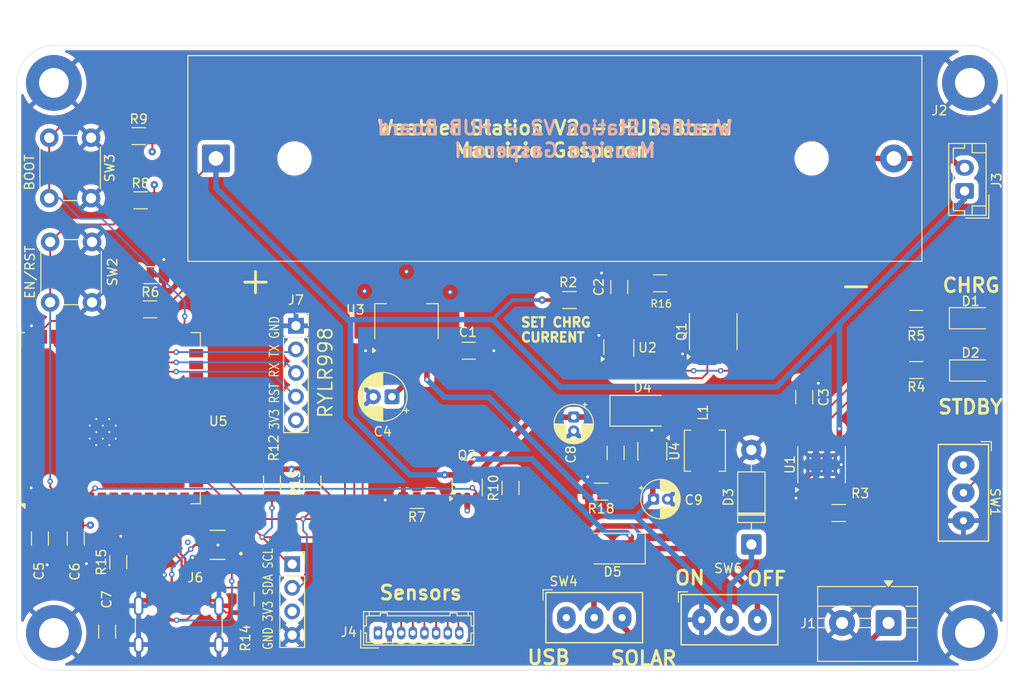
<source format=kicad_pcb>
(kicad_pcb (version 20241229) (generator "pcbnew") (generator_version "9.0")
  (title_block (title "Weather Station V2 PCB") (date "2025-11-13") (rev "2"))
  (layers (0 "F.Cu" signal) (4 "In1.Cu" power "GND.Cu") (6 "In2.Cu" mixed "PWR.Cu") (2 "B.Cu" signal) (13 "F.Paste" user) (15 "B.Paste" user) (5 "F.SilkS" user "F.Silkscreen") (7 "B.SilkS" user "B.Silkscreen") (1 "F.Mask" user) (3 "B.Mask" user) (25 "Edge.Cuts" user))
  (net 0 "")
  (net 1 "GND")
  (net 2 "Net-(U2-VCC)")
  (net 3 "Net-(D1-K)")
  (net 4 "Net-(D1-A)")
  (net 5 "Net-(D2-K)")
  (net 6 "Net-(D5-K)")
  (net 7 "Net-(J1-Pin_1)")
  (net 8 "/BAT+")
  (net 9 "/BAT-")
  (net 10 "Net-(J4-Pin_1)")
  (net 11 "/W_SPEED")
  (net 12 "/SDA")
  (net 13 "/SCL")
  (net 14 "/Vin")
  (net 15 "+3V3")
  (net 16 "Net-(J6-CC1)")
  (net 18 "Net-(J6-CC2)")
  (net 20 "/RST")
  (net 21 "/TXD0")
  (net 22 "/RXD0")
  (net 23 "Net-(Q1B-S2)")
  (net 24 "Net-(Q1A-G1)")
  (net 25 "Net-(Q1B-G2)")
  (net 26 "/SENSOR_EN")
  (net 27 "/VBAT")
  (net 28 "Net-(U2-CS)")
  (net 29 "Net-(U1-PROG)")
  (net 30 "/D-")
  (net 31 "/D+")
  (net 32 "/EN")
  (net 33 "/IO0")
  (net 51 "Net-(SW4-A)")
  (net 53 "/STDBY")
  (net 54 "/CHRG")
  (net 55 "+5V")
  (net 57 "unconnected-(U5-IO16-Pad9)")
  (net 59 "unconnected-(U5-IO8-Pad12)")
  (net 60 "unconnected-(U5-IO7-Pad7)")
  (net 61 "/GPIO11")
  (net 62 "/GPIO13")
  (net 63 "/GPIO12")
  (net 65 "Net-(U4-FB)")
  (net 67 "Net-(D4-A)")
  (net 68 "/PWR_ToSensors")
  (footprint "PCM_SL_Mechanical:MountingHole_3.2mm_Pad" (layer "F.Cu") (at 190.9875 61.8)
    (property "Reference" "H3" (hide yes))
    (property "Value" "MountingHole_M3_3.2mm_Pad" (hide yes))
  )
  (footprint "RF_Module:ESP32-S3-WROOM-1U" (layer "F.Cu") (at 98.4375 97.85 90)
    (property "Reference" "U5")
    (property "Value" "ESP32-S3-WROOM-1U" (hide yes))
  )
  (footprint "Capacitor_SMD:C_1206_3216Metric" (layer "F.Cu") (at 94.8375 110.8 -90)
    (property "Reference" "C6")
    (property "Value" "1u")
  )
  (footprint "PCM_SL_Mechanical:MountingHole_3.2mm_Pad" (layer "F.Cu") (at 92.4875 120.95)
    (property "Reference" "H2" (hide yes))
    (property "Value" "MountingHole_M3_3.2mm_Pad" (hide yes))
  )
  (footprint "Package_TO_SOT_SMD:SOT-23-6_Handsoldering" (layer "F.Cu") (at 136.9375 105.3 90)
    (property "Reference" "Q2")
    (property "Value" "DMP2240UDM-7" (hide yes))
  )
  (footprint "Resistor_SMD:R_1206_3216Metric" (layer "F.Cu") (at 185.225 92.675 180)
    (property "Reference" "R4")
    (property "Value" "330" (hide yes))
  )
  (footprint "Capacitor_SMD:C_1206_3216Metric" (layer "F.Cu") (at 90.9875 110.8 -90)
    (property "Reference" "C5")
    (property "Value" "0,22u")
  )
  (footprint "Capacitor_THT:CP_Radial_D4.0mm_P1.50mm" (layer "F.Cu") (at 148.3875 97.727401 -90)
    (property "Reference" "C8")
    (property "Value" "22uF" (hide yes))
  )
  (footprint "Package_TO_SOT_SMD:SOT-23-6" (layer "F.Cu") (at 156.8375 101.4125 -90)
    (property "Reference" "U4")
    (property "Value" "MT3608" (hide yes))
  )
  (footprint "Button_Switch_THT:SW_PUSH_6mm" (layer "F.Cu") (at 92.0875 85.4 90)
    (property "Reference" "SW2")
    (property "Value" "EN/RST")
  )
  (footprint "PCM_SL_Mechanical:MountingHole_3.2mm_Pad" (layer "F.Cu") (at 92.4875 61.8)
    (property "Reference" "H1" (hide yes))
    (property "Value" "MountingHole_M3_3.2mm_Pad" (hide yes))
  )
  (footprint "Package_SO:SOIC-8-1EP_3.9x4.9mm_P1.27mm_EP2.41x3.3mm_ThermalVias" (layer "F.Cu") (at 175.0375 102.85 90)
    (property "Reference" "U1")
    (property "Value" "TP4056")
  )
  (footprint "Battery:BatteryHolder_MPD_BH-18650-PC" (layer "F.Cu") (at 109.9125 69.925)
    (property "Reference" "J2")
    (property "Value" "18650")
  )
  (footprint "Resistor_SMD:R_1206_3216Metric" (layer "F.Cu") (at 102.825 86.15)
    (property "Reference" "R1" (hide yes))
    (property "Value" "5.1K")
  )
  (footprint "Connector_Hirose:Hirose_DF13-08P-1.25DSA_1x08_P1.25mm_Vertical" (layer "F.Cu") (at 127.3375 120.95)
    (property "Reference" "J4")
    (property "Value" "Conn_01x08_Socket")
  )
  (footprint "Resistor_SMD:R_1206_3216Metric" (layer "F.Cu") (at 102.8625 82.475 180)
    (property "Reference" "R6")
    (property "Value" "18K")
  )
  (footprint "Capacitor_SMD:C_1206_3216Metric" (layer "F.Cu") (at 173.1725 95.6 90)
    (property "Reference" "C3")
    (property "Value" "0.1u")
  )
  (footprint "Capacitor_SMD:C_1206_3216Metric" (layer "F.Cu") (at 98.2125 120.8 90)
    (property "Reference" "C7")
    (property "Value" "0.1u")
  )
  (footprint "Capacitor_THT:CP_Radial_D4.0mm_P1.50mm" (layer "F.Cu") (at 156.964901 106.55)
    (property "Reference" "C9")
    (property "Value" "22uF" (hide yes))
  )
  (footprint "PCM_SL_Mechanical:MountingHole_3.2mm_Pad" (layer "F.Cu") (at 190.9875 120.95)
    (property "Reference" "H4" (hide yes))
    (property "Value" "MountingHole_M3_3.2mm_Pad" (hide yes))
  )
  (footprint "Resistor_SMD:R_1206_3216Metric" (layer "F.Cu") (at 101.8125 74.425)
    (property "Reference" "R8")
    (property "Value" "10K")
  )
  (footprint "Capacitor_THT:CP_Radial_D5.0mm_P2.00mm" (layer "F.Cu") (at 128.842613 95.55 180)
    (property "Reference" "C4")
    (property "Value" "10uF" (hide yes))
  )
  (footprint "TerminalBlock:TerminalBlock_MaiXu_MX126-5.0-02P_1x02_P5.00mm" (layer "F.Cu") (at 182.2375 119.875 180)
    (property "Reference" "J1")
    (property "Value" "SOLAR IN")
  )
  (footprint "Resistor_SMD:R_1206_3216Metric" (layer "F.Cu") (at 157.6875 83.35)
    (property "Reference" "R16" (hide yes))
    (property "Value" "5K" (hide yes))
  )
  (footprint "Resistor_SMD:R_1206_3216Metric" (layer "F.Cu") (at 141.5875 105.35 90)
    (property "Reference" "R10")
    (property "Value" "10K")
  )
  (footprint "Resistor_SMD:R_1206_3216Metric" (layer "F.Cu") (at 176.8875 108.05)
    (property "Reference" "R3")
    (property "Value" "1K" (hide yes))
  )
  (footprint "Capacitor_SMD:C_1206_3216Metric" (layer "F.Cu") (at 153.2875 83.75 90)
    (property "Reference" "C2")
    (property "Value" "0.1u" (hide yes))
  )
  (footprint "Resistor_SMD:R_1206_3216Metric" (layer "F.Cu") (at 185.2125 87.175 180)
    (property "Reference" "R5")
    (property "Value" "330" (hide yes))
  )
  (footprint "Package_TO_SOT_SMD:SOT-23-6_Handsoldering" (layer "F.Cu") (at 153.2375 90.3 90)
    (property "Reference" "U2")
    (property "Value" "DW01A" (hide yes))
  )
  (footprint "Resistor_SMD:R_1206_3216Metric" (layer "F.Cu") (at 120.2875 104.8 90)
    (property "Reference" "R13")
    (property "Value" "4.7K" (hide yes))
  )
  (footprint "Capacitor_SMD:C_1206_3216Metric" (layer "F.Cu") (at 137.1 90.6)
    (property "Reference" "C1")
    (property "Value" "10uF")
  )
  (footprint "Resistor_SMD:R_1206_3216Metric" (layer "F.Cu") (at 152.8875 101.5875 -90)
    (property "Reference" "R17" (hide yes))
    (property "Value" "150K" (hide yes))
  )
  (footprint "Package_SO:SOIC-8_3.9x4.9mm_P1.27mm" (layer "F.Cu") (at 163.3875 88.55 90)
    (property "Reference" "Q1")
    (property "Value" "AO4842")
  )
  (footprint "Button_Switch_THT:SW_PUSH_6mm" (layer "F.Cu") (at 96.4875 67.7 -90)
    (property "Reference" "SW3")
    (property "Value" "BOOT")
  )
  (footprint "LED_SMD:LED_1206_3216Metric" (layer "F.Cu") (at 191.0625 87.105)
    (property "Reference" "D1")
    (property "Value" "CHRG")
  )
  (footprint "Resistor_SMD:R_1206_3216Metric" (layer "F.Cu") (at 151.325 105.75 180)
    (property "Reference" "R18")
    (property "Value" "20K" (hide yes))
  )
  (footprint "TPD3S014DBVR:SOT95P280X145-6N" (layer "F.Cu") (at 110.0925 111.475 180)
    (property "Reference" "U6" (hide yes))
    (property "Value" "TPD3S014DBVR" (hide yes))
  )
  (footprint "Resistor_SMD:R_1206_3216Metric" (layer "F.Cu") (at 99.4125 113.3375 90)
    (property "Reference" "R15")
    (property "Value" "5.1K" (hide yes))
  )
  (footprint "Diode_THT:D_DO-41_SOD81_P10.16mm_Horizontal" (layer "F.Cu") (at 167.4875 111.43 90)
    (property "Reference" "D3")
    (property "Value" "5V")
  )
  (footprint "Resistor_SMD:R_1206_3216Metric" (layer "F.Cu") (at 147.925 85.15)
    (property "Reference" "R2")
    (property "Value" "100" (hide yes))
  )
  (footprint "Resistor_SMD:R_1206_3216Metric" (layer "F.Cu") (at 101.6125 67.525)
    (property "Reference" "R9")
    (property "Value" "10K")
  )
  (footprint "Connector_PinSocket_2.54mm:PinSocket_1x04_P2.54mm_Vertical" (layer "F.Cu") (at 118.1125 113.55)
    (property "Reference" "J8" (hide yes))
    (property "Value" "Breakout" (hide yes))
  )
  (footprint "PCM_SL_Devices:Slide_Switch_SPDT_P3mm_10x5x10mm" (layer "F.Cu") (at 162.1375 119.525)
    (property "Reference" "SW6")
    (property "Value" "POWER")
  )
  (footprint "Diode_SMD:D_SMA" (layer "F.Cu") (at 155.7875 97.05)
    (property "Reference" "D4")
    (property "Value" "SS34")
  )
  (footprint "PCM_SL_Devices:Slide_Switch_SPDT_P3mm_10x5x10mm" (layer "F.Cu") (at 147.5875 119.3)
    (property "Reference" "SW4")
    (property "Value" "POWER_SELECT")
  )
  (footprint "Connector_PinSocket_2.54mm:PinSocket_1x05_P2.54mm_Vertical" (layer "F.Cu") (at 118.5125 87.915)
    (property "Reference" "J7")
    (property "Value" "RYLR998" (hide yes))
  )
  (footprint "Resistor_SMD:R_1206_3216Metric" (layer "F.Cu") (at 113.1125 117.3 -90)
    (property "Reference" "R14")
    (property "Value" "5.1K" (hide yes))
  )
  (footprint "Connector_JST:JST_EH_B2B-EH-A_1x02_P2.50mm_Vertical" (layer "F.Cu") (at 190.4125 73.425 90)
    (property "Reference" "J3")
    (property "Value" "Battery_AUX")
  )
  (footprint "Package_TO_SOT_SMD:SOT-223-3_TabPin2" (layer "F.Cu") (at 130.4 87.45 90)
    (property "Reference" "U3")
    (property "Value" "LM1117MP-3.3")
  )
  (footprint "LED_SMD:LED_1206_3216Metric" (layer "F.Cu") (at 191.0875 92.725)
    (property "Reference" "D2")
    (property "Value" "STDBY")
  )
  (footprint "Diode_SMD:D_SMA" (layer "F.Cu") (at 152.5625 111.875 180)
    (property "Reference" "D5")
    (property "Value" "SS34" (hide yes))
  )
  (footprint "Connector_USB:USB_C_Receptacle_GCT_USB4105-xx-A_16P_TopMnt_Horizontal" (layer "F.Cu") (at 105.9175 121.125)
    (property "Reference" "J6")
    (property "Value" "USB_C")
  )
  (footprint "Resistor_SMD:R_1206_3216Metric" (layer "F.Cu") (at 131.525 106.65 180)
    (property "Reference" "R7")
    (property "Value" "10K" (hide yes))
  )
  (footprint "PCM_SL_Devices:Slide_Switch_SPDT_P3mm_10x5x10mm" (layer "F.Cu") (at 190.2875 102.875 -90)
    (property "Reference" "SW1")
    (property "Value" "LED_ENABLE")
  )
  (footprint "Inductor_SMD:L_APV_APH0420" (layer "F.Cu") (at 162.4875 101.35 90)
    (property "Reference" "L1")
    (property "Value" "4.7uH" (hide yes))
  )
  (footprint "Resistor_SMD:R_1206_3216Metric" (layer "F.Cu") (at 115.9375 104.8 90)
    (property "Reference" "R12")
    (property "Value" "4.7K" (hide yes))
  )
  (gr_line (start 88.4875 120.95) (end 88.4875 61.8) (stroke (width 0.05)) (layer "Edge.Cuts"))
  (gr_line (start 190.9875 124.95) (end 92.4875 124.95) (stroke (width 0.05)) (layer "Edge.Cuts"))
  (gr_arc (start 88.4875 61.8) (mid 89.659073 58.971573) (end 92.4875 57.8) (stroke (width 0.05)) (layer "Edge.Cuts"))
  (gr_line (start 92.4875 57.8) (end 190.9875 57.8) (stroke (width 0.05)) (layer "Edge.Cuts"))
  (gr_arc (start 194.9875 120.95) (mid 193.815927 123.778427) (end 190.9875 124.95) (stroke (width 0.05)) (layer "Edge.Cuts"))
  (gr_arc (start 190.9875 57.8) (mid 193.815927 58.971573) (end 194.9875 61.8) (stroke (width 0.05)) (layer "Edge.Cuts"))
  (gr_line (start 194.9875 61.8) (end 194.9875 120.95) (stroke (width 0.05)) (layer "Edge.Cuts"))
  (gr_arc (start 92.4875 124.95) (mid 89.659073 123.778427) (end 88.4875 120.95) (stroke (width 0.05)) (layer "Edge.Cuts"))
  (gr_text "SOLAR" (at 152.2125 124.55 0) (layer "F.SilkS") (effects (font (size 1.5 1.5) (thickness 0.3) (bold yes)) (justify left bottom)))
  (gr_text "3V3 RST RX TX GND" (at 116.7875 99.15 90) (layer "F.SilkS") (effects (font (size 1 0.8) (thickness 0.125)) (justify left bottom)))
  (gr_text "Sensors" (at 127.3375 117.5 0) (layer "F.SilkS") (effects (font (size 1.5 1.5) (thickness 0.3) (bold yes)) (justify left bottom)))
  (gr_text "ON" (at 159.1125 115.9 0) (layer "F.SilkS") (effects (font (size 1.5 1.5) (thickness 0.3) (bold yes)) (justify left bottom)))
  (gr_text "GND 3V3 SDA SCL" (at 116.1 122.84 90) (layer "F.SilkS") (effects (font (size 1 0.8) (thickness 0.125)) (justify left bottom)))
  (gr_text "SET CHRG \nCURRENT" (at 142.5875 89.75 0) (layer "F.SilkS") (effects (font (size 1 1) (thickness 0.25) (bold yes)) (justify left bottom)))
  (gr_text "OFF" (at 166.8625 116 0) (layer "F.SilkS") (effects (font (size 1.5 1.5) (thickness 0.3) (bold yes)) (justify left bottom)))
  (gr_text "Weather Station V2 - HUB Board\nMaurizio Gasperoni\n" (at 146.3625 69.925 0) (layer "F.SilkS") (effects (font (size 1.5 1.5) (thickness 0.3) (bold yes)) (justify bottom)))
  (gr_text "USB" (at 143.2375 124.45 0) (layer "F.SilkS") (effects (font (size 1.5 1.5) (thickness 0.3) (bold yes)) (justify left bottom)))
  (gr_text "+" (at 112.1125 84.75 0) (layer "F.SilkS") (effects (font (size 3 3) (thickness 0.3) (bold yes)) (justify left bottom)))
  (gr_text "RYLR998" (at 122.5625 97.975 90) (layer "F.SilkS") (effects (font (size 1.5 1.5) (thickness 0.1875)) (justify left bottom)))
  (gr_text "CHRG" (at 187.8875 84.45 0) (layer "F.SilkS") (effects (font (size 1.5 1.5) (thickness 0.3) (bold yes)) (justify left bottom)))
  (gr_text "STDBY" (at 187.4125 97.525 0) (layer "F.SilkS") (effects (font (size 1.5 1.5) (thickness 0.3) (bold yes)) (justify left bottom)))
  (gr_text "-" (at 176.6875 85.25 0) (layer "F.SilkS") (effects (font (size 3 3) (thickness 0.3) (bold yes)) (justify left bottom)))
  (gr_text "Weather Station V2 - HUB Board\nMaurizio Gasperoni\n" (at 146.3625 69.925 0) (layer "B.SilkS") (effects (font (size 1.5 1.5) (thickness 0.3) (bold yes)) (justify bottom mirror)))
  (via (at 106.8875 111.2) (size 0.6) (drill 0.3) (layers "F.Cu" "B.Cu") (net 0))
  (segment (start 174.6625 94.125) (end 174.6875 94.1) (width 0.2) (layer "F.Cu") (net 1))
  (segment (start 102.1725 117.445) (end 101.5975 118.02) (width 0.3) (layer "F.Cu") (net 1))
  (segment (start 104.325 80.8125) (end 104.3125 80.8) (width 0.2) (layer "F.Cu") (net 1))
  (segment (start 102.7175 117.445) (end 102.1725 117.445) (width 0.3) (layer "F.Cu") (net 1))
  (segment (start 111.3475 111.475) (end 110.1625 111.475) (width 0.2) (layer "F.Cu") (net 1))
  (segment (start 90.7375 112.6) (end 91.7625 113.625) (width 0.2) (layer "F.Cu") (net 1))
  (segment (start 175.6725 105.325) (end 175.6725 103.485) (width 0.6) (layer "F.Cu") (net 1))
  (segment (start 152.2875 88.95) (end 151.0875 88.95) (width 0.3) (layer "F.Cu") (net 1))
  (segment (start 109.1175 117.445) (end 109.6625 117.445) (width 0.3) (layer "F.Cu") (net 1))
  (segment (start 90.0375 105.35) (end 90.0375 106.59) (width 0.2) (layer "F.Cu") (net 1))
  (segment (start 129.55 106.65) (end 128.1125 106.65) (width 0.2) (layer "F.Cu") (net 1))
  (segment (start 156.8375 99.2) (end 156.7875 99.15) (width 0.6) (layer "F.Cu") (net 1))
  (segment (start 156.8375 100.275) (end 156.8375 99.2) (width 0.6) (layer "F.Cu") (net 1))
  (segment (start 151.4125 82.275) (end 151.3875 82.25) (width 0.3) (layer "F.Cu") (net 1))
  (segment (start 173.1325 105.605) (end 172.2875 106.45) (width 0.4) (layer "F.Cu") (net 1))
  (segment (start 161.4825 91.025) (end 160.1625 91.025) (width 0.6) (layer "F.Cu") (net 1))
  (segment (start 90.7375 112.375) (end 90.7375 112.6) (width 0.2) (layer "F.Cu") (net 1))
  (segment (start 101.5475 122.15) (end 101.5975 122.2) (width 0.3) (layer "F.Cu") (net 1))
  (segment (start 109.6625 117.445) (end 110.2375 118.02) (width 0.3) (layer "F.Cu") (net 1))
  (segment (start 90.0875 88.68) (end 90.0775 88.69) (width 0.2) (layer "F.Cu") (net 1))
  (segment (start 177.1475 102.85) (end 175.0375 102.85) (width 0.3) (layer "F.Cu") (net 1))
  (segment (start 90.0875 87.925) (end 90.0875 88.68) (width 0.2) (layer "F.Cu") (net 1))
  (segment (start 153.2875 82.275) (end 151.4125 82.275) (width 0.3) (layer "F.Cu") (net 1))
  (segment (start 90.0375 106.59) (end 90.0275 106.6) (width 0.2) (layer "F.Cu") (net 1))
  (segment (start 128.1 90.6) (end 126 90.6) (width 0.6) (layer "F.Cu") (net 1))
  (segment (start 175.6725 103.485) (end 175.0375 102.85) (width 0.6) (layer "F.Cu") (net 1))
  (segment (start 99.6875 111.6) (end 99.4125 111.875) (width 0.2) (layer "F.Cu") (net 1))
  (segment (start 110.98 118.7625) (end 110.2375 118.02) (width 0.2) (layer "F.Cu") (net 1))
  (segment (start 138.575 90.6) (end 139.8 90.6) (width 0.6) (layer "F.Cu") (net 1))
  (segment (start 160.1625 91.025) (end 160.0875 90.95) (width 0.6) (layer "F.Cu") (net 1))
  (segment (start 94.8125 112.325) (end 95.9875 113.5) (width 0.2) (layer "F.Cu") (net 1))
  (segment (start 99.6875 110.55) (end 99.6875 111.6) (width 0.2) (layer "F.Cu") (net 1))
  (segment (start 173.1325 105.325) (end 173.1325 105.605) (width 0.4) (layer "F.Cu") (net 1))
  (segment (start 173.1325 104.755) (end 175.0375 102.85) (width 0.2) (layer "F.Cu") (net 1))
  (segment (start 113.1125 118.7625) (end 110.98 118.7625) (width 0.2) (layer "F.Cu") (net 1))
  (segment (start 110.1625 111.475) (end 110.1375 111.5) (width 0.2) (layer "F.Cu") (net 1))
  (segment (start 149.8625 105.75) (end 149.8625 104.175) (width 0.3) (layer "F.Cu") (net 1))
  (segment (start 104.325 82.475) (end 104.325 80.8125) (width 0.2) (layer "F.Cu") (net 1))
  (segment (start 173.1725 94.125) (end 174.6625 94.125) (width 0.6) (layer "F.Cu") (net 1))
  (segment (start 97.8375 122.15) (end 101.5475 122.15) (width 0.3) (layer "F.Cu") (net 1))
  (segment (start 97.7975 100.215) (end 97.8125 100.2) (width 0.3) (layer "F.Cu") (net 1))
  (segment (start 149.8625 104.175) (end 149.8875 104.15) (width 0.3) (layer "F.Cu") (net 1))
  (segment (start 173.1325 105.325) (end 173.1325 104.755) (width 0.2) (layer "F.Cu") (net 1))
  (segment (start 94.5875 112.325) (end 94.8125 112.325) (width 0.2) (layer "F.Cu") (net 1))
  (via (at 149.8875 104.15) (size 0.6) (drill 0.3) (layers "F.Cu" "B.Cu") (net 1))
  (via (at 90.0375 105.35) (size 0.6) (drill 0.3) (layers "F.Cu" "B.Cu") (net 1))
  (via (at 160.0875 90.95) (size 0.6) (drill 0.3) (layers "F.Cu" "B.Cu") (net 1))
  (via (at 104.3125 80.8) (size 0.6) (drill 0.3) (layers "F.Cu" "B.Cu") (net 1))
  (via (at 174.6875 94.1) (size 0.6) (drill 0.3) (layers "F.Cu" "B.Cu") (net 1))
  (via (at 139.8 90.6) (size 0.6) (drill 0.3) (layers "F.Cu" "B.Cu") (net 1))
  (via (at 90.0875 87.925) (size 0.6) (drill 0.3) (layers "F.Cu" "B.Cu") (net 1))
  (via (at 156.7875 99.15) (size 0.6) (drill 0.3) (layers "F.Cu" "B.Cu") (net 1))
  (via (at 126 90.6) (size 0.6) (drill 0.3) (layers "F.Cu" "B.Cu") (net 1))
  (via (at 104.3375 114.7) (size 0.6) (drill 0.3) (layers "F.Cu" "B.Cu") (net 1))
  (via (at 99.6875 110.55) (size 0.6) (drill 0.3) (layers "F.Cu" "B.Cu") (net 1))
  (via (at 110.1375 111.5) (size 0.6) (drill 0.3) (layers "F.Cu" "B.Cu") (net 1))
  (via (at 91.7625 113.625) (size 0.6) (drill 0.3) (layers "F.Cu" "B.Cu") (net 1))
  (via (at 128.1125 106.65) (size 0.6) (drill 0.3) (layers "F.Cu" "B.Cu") (net 1))
  (via (at 151.3875 82.25) (size 0.6) (drill 0.3) (layers "F.Cu" "B.Cu") (net 1))
  (via (at 151.0875 88.95) (size 0.6) (drill 0.3) (layers "F.Cu" "B.Cu") (net 1))
  (via (at 107.3875 112.85) (size 0.6) (drill 0.3) (layers "F.Cu" "B.Cu") (net 1))
  (via (at 172.2875 106.45) (size 0.6) (drill 0.3) (layers "F.Cu" "B.Cu") (net 1))
  (via (at 177.1475 102.85) (size 0.6) (drill 0.3) (layers "F.Cu" "B.Cu") (net 1))
  (via (at 95.9875 113.5) (size 0.6) (drill 0.3) (layers "F.Cu" "B.Cu") (net 1))
  (segment (start 149.4625 85.225) (end 153.2875 85.225) (width 0.4) (layer "F.Cu") (net 2))
  (segment (start 149.3875 85.15) (end 149.4625 85.225) (width 0.4) (layer "F.Cu") (net 2))
  (segment (start 153.2125 85.15) (end 153.2875 85.225) (width 0.3) (layer "F.Cu") (net 2))
  (segment (start 153.2875 88.9) (end 153.2375 88.95) (width 0.3) (layer "F.Cu") (net 2))
  (segment (start 153.2875 85.225) (end 153.2875 88.9) (width 0.3) (layer "F.Cu") (net 2))
  (segment (start 189.6625 87.105) (end 186.745 87.105) (width 0.2) (layer "F.Cu") (net 3))
  (segment (start 186.745 87.105) (end 186.675 87.175) (width 0.2) (layer "F.Cu") (net 3))
  (segment (start 192.4875 92.725) (end 192.4875 103.675) (width 0.2) (layer "F.Cu") (net 4))
  (segment (start 192.4875 103.675) (end 190.2875 105.875) (width 0.2) (layer "F.Cu") (net 4))
  (segment (start 192.4625 87.105) (end 192.4875 87.13) (width 0.2) (layer "F.Cu") (net 4))
  (segment (start 192.4875 87.13) (end 192.4875 92.725) (width 0.2) (layer "F.Cu") (net 4))
  (segment (start 186.6875 92.675) (end 189.6375 92.675) (width 0.2) (layer "F.Cu") (net 5))
  (segment (start 189.6375 92.675) (end 189.6875 92.725) (width 0.2) (layer "F.Cu") (net 5))
  (segment (start 136.9375 103) (end 136.9375 103.95) (width 0.6) (layer "F.Cu") (net 6))
  (segment (start 137.6875 102.25) (end 136.9375 103) (width 0.6) (layer "F.Cu") (net 6))
  (segment (start 154.3875 110.45) (end 154.5625 110.625) (width 0.6) (layer "F.Cu") (net 6))
  (segment (start 154.5625 111.875) (end 162.875 111.875) (width 0.6) (layer "F.Cu") (net 6))
  (segment (start 168.1375 117.1375) (end 168.1375 119.525) (width 0.6) (layer "F.Cu") (net 6))
  (segment (start 154.5625 110.625) (end 154.5625 111.875) (width 0.6) (layer "F.Cu") (net 6))
  (segment (start 154.5625 111.875) (end 154.5625 111.95) (width 0.3) (layer "F.Cu") (net 6))
  (segment (start 162.875 111.875) (end 168.1375 117.1375) (width 0.6) (layer "F.Cu") (net 6))
  (via (at 154.3875 110.45) (size 0.6) (drill 0.3) (layers "F.Cu" "B.Cu") (net 6))
  (via (at 137.6875 102.25) (size 0.6) (drill 0.3) (layers "F.Cu" "B.Cu") (net 6))
  (segment (start 151.7875 110.15) (end 154.0875 110.15) (width 0.6) (layer "B.Cu") (net 6))
  (segment (start 154.0875 110.15) (end 154.3875 110.45) (width 0.6) (layer "B.Cu") (net 6))
  (segment (start 143.8875 102.25) (end 151.7875 110.15) (width 0.6) (layer "B.Cu") (net 6))
  (segment (start 137.6875 102.25) (end 143.8875 102.25) (width 0.6) (layer "B.Cu") (net 6))
  (segment (start 182.2875 119.825) (end 178.1125 124) (width 0.6) (layer "F.Cu") (net 7))
  (segment (start 157.4125 124) (end 153.5875 120.175) (width 0.6) (layer "F.Cu") (net 7))
  (segment (start 153.5875 120.4) (end 153.5875 119.3) (width 0.3) (layer "F.Cu") (net 7))
  (segment (start 153.5875 120.175) (end 153.5875 119.3) (width 0.3) (layer "F.Cu") (net 7))
  (segment (start 178.1125 124) (end 157.4125 124) (width 0.6) (layer "F.Cu") (net 7))
  (segment (start 134.5125 103.95) (end 135.9875 103.95) (width 0.6) (layer "F.Cu") (net 8))
  (segment (start 109.9125 69.925) (end 107.0875 72.75) (width 0.2) (layer "F.Cu") (net 8))
  (segment (start 107.0875 72.75) (end 107.0875 83.35) (width 0.2) (layer "F.Cu") (net 8))
  (segment (start 176.9475 98.985) (end 176.9475 100.37) (width 0.6) (layer "F.Cu") (net 8))
  (segment (start 144.9875 85.15) (end 146.4625 85.15) (width 0.4) (layer "F.Cu") (net 8))
  (segment (start 107.0875 83.35) (end 104.2875 86.15) (width 0.2) (layer "F.Cu") (net 8))
  (segment (start 176.9475 100.37) (end 176.9425 100.375) (width 0.4) (layer "F.Cu") (net 8))
  (via (at 176.9475 98.985) (size 0.6) (drill 0.3) (layers "F.Cu" "B.Cu") (net 8))
  (via (at 144.9875 85.15) (size 0.8) (drill 0.3) (layers "F.Cu" "B.Cu") (net 8))
  (via (at 134.5125 103.95) (size 0.8) (drill 0.3) (layers "F.Cu" "B.Cu") (net 8))
  (segment (start 124.05 87.25) (end 123.76875 86.96875) (width 0.6) (layer "B.Cu") (net 8))
  (segment (start 139.6875 87.25) (end 124.05 87.25) (width 0.6) (layer "B.Cu") (net 8))
  (segment (start 146.9375 94.5) (end 170.1875 94.5) (width 0.6) (layer "B.Cu") (net 8))
  (segment (start 176.9475 98.985) (end 176.9475 87.74) (width 0.6) (layer "B.Cu") (net 8))
  (segment (start 190.4125 74.275) (end 190.4125 73.425) (width 0.6) (layer "B.Cu") (net 8))
  (segment (start 176.9475 87.74) (end 177.1375 87.55) (width 0.6) (layer "B.Cu") (net 8))
  (segment (start 139.6875 87.25) (end 146.9375 94.5) (width 0.6) (layer "B.Cu") (net 8))
  (segment (start 177.1375 87.55) (end 190.4125 74.275) (width 0.6) (layer "B.Cu") (net 8))
  (segment (start 109.9125 73.1125) (end 109.9125 69.925) (width 0.6) (layer "B.Cu") (net 8))
  (segment (start 123.76875 86.96875) (end 124.3875 87.5875) (width 0.6) (layer "B.Cu") (net 8))
  (segment (start 124.3875 87.5875) (end 124.3875 97.55) (width 0.6) (layer "B.Cu") (net 8))
  (segment (start 124.3875 97.55) (end 130.7875 103.95) (width 0.6) (layer "B.Cu") (net 8))
  (segment (start 141.7875 85.15) (end 139.6875 87.25) (width 0.4) (layer "B.Cu") (net 8))
  (segment (start 170.1875 94.5) (end 177.1375 87.55) (width 0.6) (layer "B.Cu") (net 8))
  (segment (start 144.9875 85.15) (end 141.7875 85.15) (width 0.4) (layer "B.Cu") (net 8))
  (segment (start 130.7875 103.95) (end 134.5125 103.95) (width 0.6) (layer "B.Cu") (net 8))
  (segment (start 123.76875 86.96875) (end 109.9125 73.1125) (width 0.6) (layer "B.Cu") (net 8))
  (segment (start 182.8125 69.925) (end 180.0125 69.925) (width 0.6) (layer "F.Cu") (net 9))
  (segment (start 165.2925 84.645) (end 165.2925 86.075) (width 0.6) (layer "F.Cu") (net 9))
  (segment (start 159.15 83.35) (end 162.9925 83.35) (width 0.3) (layer "F.Cu") (net 9))
  (segment (start 163.9925 86.045) (end 164.0225 86.075) (width 0.3) (layer "F.Cu") (net 9))
  (segment (start 165.2925 86.075) (end 164.0225 86.075) (width 0.6) (layer "F.Cu") (net 9))
  (segment (start 182.8125 70.325) (end 182.8125 69.925) (width 0.6) (layer "F.Cu") (net 9))
  (segment (start 162.9925 83.35) (end 163.9925 84.35) (width 0.3) (layer "F.Cu") (net 9))
  (segment (start 163.9925 84.35) (end 163.9925 86.045) (width 0.3) (layer "F.Cu") (net 9))
  (segment (start 189.9375 70.925) (end 188.9375 69.925) (width 0.6) (layer "F.Cu") (net 9))
  (segment (start 188.9375 69.925) (end 182.8125 69.925) (width 0.6) (layer "F.Cu") (net 9))
  (segment (start 190.4125 70.925) (end 189.9375 70.925) (width 0.6) (layer "F.Cu") (net 9))
  (segment (start 180.0125 69.925) (end 165.2925 84.645) (width 0.6) (layer "F.Cu") (net 9))
  (segment (start 136.9375 107.8) (end 136.9375 106.65) (width 0.6) (layer "F.Cu") (net 10))
  (via (at 136.9375 107.8) (size 0.6) (drill 0.3) (layers "F.Cu" "B.Cu") (net 10))
  (segment (start 120.7875 104.7) (end 122.8375 106.75) (width 0.2) (layer "F.Cu") (net 11))
  (segment (start 109.8625 101.025) (end 113.5375 104.7) (width 0.2) (layer "F.Cu") (net 11))
  (segment (start 122.8375 106.75) (end 122.8375 108) (width 0.2) (layer "F.Cu") (net 11))
  (segment (start 132.3375 117.5) (end 132.3375 120.95) (width 0.2) (layer "F.Cu") (net 11))
  (segment (start 113.5375 104.7) (end 120.7875 104.7) (width 0.2) (layer "F.Cu") (net 11))
  (segment (start 107.7875 101.025) (end 109.8625 101.025) (width 0.2) (layer "F.Cu") (net 11))
  (segment (start 122.8375 108) (end 132.3375 117.5) (width 0.2) (layer "F.Cu") (net 11))
  (segment (start 122.0875 108.7) (end 131.0875 117.7) (width 0.2) (layer "F.Cu") (net 12))
  (segment (start 120.2875 107.7) (end 119.2875 108.7) (width 0.2) (layer "F.Cu") (net 12))
  (segment (start 107.7875 102.295) (end 108.882501 102.295) (width 0.2) (layer "F.Cu") (net 12))
  (segment (start 115.287501 108.7) (end 119.2875 108.7) (width 0.2) (layer "F.Cu") (net 12))
  (segment (start 131.0875 117.7) (end 131.0875 120.95) (width 0.2) (layer "F.Cu") (net 12))
  (segment (start 108.882501 102.295) (end 115.287501 108.7) (width 0.2) (layer "F.Cu") (net 12))
  (segment (start 119.2875 108.7) (end 122.0875 108.7) (width 0.2) (layer "F.Cu") (net 12))
  (segment (start 120.2875 106.2625) (end 120.2875 107.7) (width 0.2) (layer "F.Cu") (net 12))
  (via (at 119.2875 108.7) (size 0.6) (drill 0.3) (layers "F.Cu" "B.Cu") (net 12))
  (segment (start 118.8775 116.06) (end 118.1425 116.06) (width 0.2) (layer "B.Cu") (net 12))
  (segment (start 118.1425 116.06) (end 118.1125 116.09) (width 0.2) (layer "B.Cu") (net 12))
  (segment (start 119.2875 109.95) (end 119.6875 110.35) (width 0.2) (layer "B.Cu") (net 12))
  (segment (start 119.6875 110.35) (end 119.6875 115.25) (width 0.2) (layer "B.Cu") (net 12))
  (segment (start 119.2875 108.7) (end 119.2875 109.95) (width 0.2) (layer "B.Cu") (net 12))
  (segment (start 119.6875 115.25) (end 118.8775 116.06) (width 0.2) (layer "B.Cu") (net 12))
  (segment (start 115.9375 106.2625) (end 115.9375 107.5) (width 0.2) (layer "F.Cu") (net 13))
  (segment (start 122.6875 110.65) (end 129.8375 117.8) (width 0.2) (layer "F.Cu") (net 13))
  (segment (start 114.8875 110.65) (end 122.6875 110.65) (width 0.2) (layer "F.Cu") (net 13))
  (segment (start 107.7875 104.835) (end 109.0725 104.835) (width 0.2) (layer "F.Cu") (net 13))
  (segment (start 117.7875 113.55) (end 118.1125 113.55) (width 0.2) (layer "F.Cu") (net 13))
  (segment (start 114.8875 110.65) (end 117.7875 113.55) (width 0.2) (layer "F.Cu") (net 13))
  (segment (start 129.8375 117.8) (end 129.8375 120.95) (width 0.2) (layer "F.Cu") (net 13))
  (segment (start 109.0725 104.835) (end 114.8875 110.65) (width 0.2) (layer "F.Cu") (net 13))
  (via (at 114.8875 110.65) (size 0.6) (drill 0.3) (layers "F.Cu" "B.Cu") (net 13))
  (via (at 115.9375 107.5) (size 0.6) (drill 0.3) (layers "F.Cu" "B.Cu") (net 13))
  (segment (start 115.9375 107.5) (end 115.9375 109.6) (width 0.2) (layer "B.Cu") (net 13))
  (segment (start 115.9375 109.6) (end 114.8875 110.65) (width 0.2) (layer "B.Cu") (net 13))
  (segment (start 150.5625 111.875) (end 150.5625 119.275) (width 0.6) (layer "F.Cu") (net 14))
  (segment (start 138.7875 111.85) (end 150.5375 111.85) (width 0.2) (layer "F.Cu") (net 14))
  (segment (start 169.4875 109.45) (end 176.3875 109.45) (width 0.6) (layer "F.Cu") (net 14))
  (segment (start 150.5625 110.375) (end 151.4875 109.45) (width 0.6) (layer "F.Cu") (net 14))
  (segment (start 169.4875 109.45) (end 171.3875 107.55) (width 0.6) (layer "F.Cu") (net 14))
  (segment (start 132.9875 106.65) (end 135.9875 106.65) (width 0.2) (layer "F.Cu") (net 14))
  (segment (start 133.05 106.5875) (end 132.9875 106.65) (width 0.2) (layer "F.Cu") (net 14))
  (segment (start 176.9425 108.895) (end 176.9425 105.325) (width 0.6) (layer "F.Cu") (net 14))
  (segment (start 171.3875 102.12) (end 173.1325 100.375) (width 0.6) (layer "F.Cu") (net 14))
  (segment (start 150.5625 119.275) (end 150.5875 119.3) (width 0.3) (layer "F.Cu") (net 14))
  (segment (start 150.5375 111.85) (end 150.5625 111.875) (width 0.2) (layer "F.Cu") (net 14))
  (segment (start 171.3875 107.55) (end 171.3875 102.12) (width 0.6) (layer "F.Cu") (net 14))
  (segment (start 135.9875 106.65) (end 135.9875 109.05) (width 0.2) (layer "F.Cu") (net 14))
  (segment (start 151.4875 109.45) (end 169.4875 109.45) (width 0.6) (layer "F.Cu") (net 14))
  (segment (start 176.9225 105.345) (end 176.9425 105.325) (width 0.3) (layer "F.Cu") (net 14))
  (segment (start 173.1325 97.115) (end 173.1725 97.075) (width 0.6) (layer "F.Cu") (net 14))
  (segment (start 135.9875 109.05) (end 138.7875 111.85) (width 0.2) (layer "F.Cu") (net 14))
  (segment (start 150.5625 111.875) (end 150.5625 110.375) (width 0.6) (layer "F.Cu") (net 14))
  (segment (start 173.1325 100.375) (end 173.1325 97.115) (width 0.6) (layer "F.Cu") (net 14))
  (segment (start 176.3875 109.45) (end 176.9425 108.895) (width 0.6) (layer "F.Cu") (net 14))
  (segment (start 96.3875 109.375) (end 96.4125 109.35) (width 0.2) (layer "F.Cu") (net 15))
  (segment (start 94.5875 109.375) (end 90.7875 109.375) (width 0.3) (layer "F.Cu") (net 15))
  (segment (start 130.4 93.992613) (end 128.842613 95.55) (width 0.6) (layer "F.Cu") (net 15))
  (segment (start 130.4 90.6) (end 130.4 84.3) (width 0.6) (layer "F.Cu") (net 15))
  (segment (start 118.0375 103.35) (end 118.025 103.3375) (width 0.6) (layer "F.Cu") (net 15))
  (segment (start 103.275 74.425) (end 103.275 72.7625) (width 0.2) (layer "F.Cu") (net 15))
  (segment (start 118.0375 103.35) (end 118.05 103.3375) (width 0.6) (layer "F.Cu") (net 15))
  (segment (start 90.7875 109.375) (end 90.7375 109.425) (width 0.3) (layer "F.Cu") (net 15))
  (segment (start 90.7375 109.425) (end 91.2975 108.865) (width 0.3) (layer "F.Cu") (net 15))
  (segment (start 91.3375 106.64) (end 91.2975 106.6) (width 0.2) (layer "F.Cu") (net 15))
  (segment (start 103.075 67.525) (end 103.075 69.1875) (width 0.2) (layer "F.Cu") (net 15))
  (segment (start 118.05 103.3375) (end 120.2875 103.3375) (width 0.6) (layer "F.Cu") (net 15))
  (segment (start 130.4 90.6) (end 130.4 93.992613) (width 0.6) (layer "F.Cu") (net 15))
  (segment (start 103.275 72.7625) (end 103.2875 72.75) (width 0.2) (layer "F.Cu") (net 15))
  (segment (start 103.075 69.1875) (end 103.0625 69.2) (width 0.2) (layer "F.Cu") (net 15))
  (segment (start 94.5875 109.375) (end 96.3875 109.375) (width 0.2) (layer "F.Cu") (net 15))
  (segment (start 91.2975 108.865) (end 91.2975 106.6) (width 0.3) (layer "F.Cu") (net 15))
  (segment (start 118.025 103.3375) (end 115.9375 103.3375) (width 0.6) (layer "F.Cu") (net 15))
  (via (at 125.9 84.2) (size 0.6) (drill 0.3) (layers "F.Cu" "B.Cu") (net 15))
  (via (at 103.2875 72.75) (size 0.8) (drill 0.3) (layers "F.Cu" "B.Cu") (net 15))
  (via (at 118.0375 103.35) (size 0.8) (drill 0.3) (layers "F.Cu" "B.Cu") (net 15))
  (via (at 135.1 84.3) (size 0.6) (drill 0.3) (layers "F.Cu" "B.Cu") (net 15))
  (via (at 130.4 82.1) (size 0.6) (drill 0.3) (layers "F.Cu" "B.Cu") (net 15))
  (via (at 96.4125 109.35) (size 0.8) (drill 0.3) (layers "F.Cu" "B.Cu") (net 15))
  (via (at 103.0625 69.2) (size 0.8) (drill 0.3) (layers "F.Cu" "B.Cu") (net 15))
  (segment (start 104.6925 116.63) (end 104.6925 117.045) (width 0.2) (layer "F.Cu") (net 16))
  (segment (start 100.6625 116.05) (end 104.1125 116.05) (width 0.2) (layer "F.Cu") (net 16))
  (segment (start 104.1125 116.05) (end 104.6925 116.63) (width 0.2) (layer "F.Cu") (net 16))
  (segment (start 99.4125 114.8) (end 100.6625 116.05) (width 0.2) (layer "F.Cu") (net 16))
  (segment (start 108.2625 116.075) (end 107.6875 116.65) (width 0.2) (layer "F.Cu") (net 18))
  (segment (start 107.6875 117.04) (end 107.6925 117.045) (width 0.2) (layer "F.Cu") (net 18))
  (segment (start 112.875 116.075) (end 108.2625 116.075) (width 0.2) (layer "F.Cu") (net 18))
  (segment (start 113.1125 115.8375) (end 112.875 116.075) (width 0.2) (layer "F.Cu") (net 18))
  (segment (start 107.6875 116.65) (end 107.6875 117.04) (width 0.2) (layer "F.Cu") (net 18))
  (segment (start 105.6375 92.85) (end 95.4375 92.85) (width 0.2) (layer "F.Cu") (net 20))
  (segment (start 95.4375 92.85) (end 92.5675 89.98) (width 0.2) (layer "F.Cu") (net 20))
  (segment (start 92.5675 89.98) (end 92.5675 89.1) (width 0.2) (layer "F.Cu") (net 20))
  (via (at 105.6375 92.85) (size 0.6) (drill 0.3) (layers "F.Cu" "B.Cu") (net 20))
  (segment (start 113.2875 92.85) (end 105.6375 92.85) (width 0.2) (layer "B.Cu") (net 20))
  (segment (start 118.5125 95.535) (end 118.4725 95.535) (width 0.2) (layer "B.Cu") (net 20))
  (segment (start 118.4725 95.535) (end 115.7875 92.85) (width 0.2) (layer "B.Cu") (net 20))
  (segment (start 115.7875 92.85) (end 113.2875 92.85) (width 0.2) (layer "B.Cu") (net 20))
  (segment (start 93.8375 90.075) (end 95.6125 91.85) (width 0.2) (layer "F.Cu") (net 21))
  (segment (start 95.6125 91.85) (end 105.6375 91.85) (width 0.2) (layer "F.Cu") (net 21))
  (segment (start 93.8375 89.1) (end 93.8375 90.075) (width 0.2) (layer "F.Cu") (net 21))
  (segment (start 93.8875 89.15) (end 93.8375 89.1) (width 0.2) (layer "F.Cu") (net 21))
  (via (at 105.6375 91.85) (size 0.6) (drill 0.3) (layers "F.Cu" "B.Cu") (net 21))
  (segment (start 117.3875 91.85) (end 118.5125 92.975) (width 0.2) (layer "B.Cu") (net 21))
  (segment (start 105.6375 91.85) (end 117.3875 91.85) (width 0.2) (layer "B.Cu") (net 21))
  (segment (start 118.5125 92.975) (end 118.5125 92.995) (width 0.2) (layer "B.Cu") (net 21))
  (segment (start 95.1075 90.12) (end 95.7375 90.75) (width 0.2) (layer "F.Cu") (net 22))
  (segment (start 95.1075 89.1) (end 95.1075 90.12) (width 0.2) (layer "F.Cu") (net 22))
  (segment (start 95.1575 89.15) (end 95.1075 89.1) (width 0.2) (layer "F.Cu") (net 22))
  (segment (start 95.7375 90.75) (end 105.6375 90.75) (width 0.2) (layer "F.Cu") (net 22))
  (via (at 105.6375 90.75) (size 0.6) (drill 0.3) (layers "F.Cu" "B.Cu") (net 22))
  (segment (start 118.2175 90.75) (end 118.5125 90.455) (width 0.2) (layer "B.Cu") (net 22))
  (segment (start 105.6375 90.75) (end 118.2175 90.75) (width 0.2) (layer "B.Cu") (net 22))
  (segment (start 161.4825 86.075) (end 161.4825 86.055) (width 0.6) (layer "F.Cu") (net 23))
  (segment (start 162.7275 86.05) (end 162.7525 86.075) (width 0.6) (layer "F.Cu") (net 23))
  (segment (start 164.0225 89.285) (end 162.7525 88.015) (width 0.6) (layer "F.Cu") (net 23))
  (segment (start 162.7525 88.015) (end 162.7525 86.075) (width 0.6) (layer "F.Cu") (net 23))
  (segment (start 161.4825 86.055) (end 161.4875 86.05) (width 0.6) (layer "F.Cu") (net 23))
  (segment (start 164.0225 91.025) (end 164.0225 89.285) (width 0.6) (layer "F.Cu") (net 23))
  (segment (start 161.4875 86.05) (end 162.7275 86.05) (width 0.6) (layer "F.Cu") (net 23))
  (segment (start 152.2875 93.05) (end 152.7875 93.55) (width 0.2) (layer "F.Cu") (net 24))
  (segment (start 162.7525 92.985) (end 162.7525 91.025) (width 0.2) (layer "F.Cu") (net 24))
  (segment (start 162.1875 93.55) (end 162.7525 92.985) (width 0.2) (layer "F.Cu") (net 24))
  (segment (start 152.2875 91.65) (end 152.2875 93.05) (width 0.2) (layer "F.Cu") (net 24))
  (segment (start 152.7875 93.55) (end 162.1875 93.55) (width 0.2) (layer "F.Cu") (net 24))
  (segment (start 161.2875 92.75) (end 155.2875 92.75) (width 0.2) (layer "F.Cu") (net 25))
  (segment (start 164.9875 92.75) (end 165.2925 92.445) (width 0.2) (layer "F.Cu") (net 25))
  (segment (start 155.2875 92.75) (end 154.1875 91.65) (width 0.2) (layer "F.Cu") (net 25))
  (segment (start 165.2925 92.445) (end 165.2925 91.025) (width 0.2) (layer "F.Cu") (net 25))
  (segment (start 164.1875 92.75) (end 164.9875 92.75) (width 0.2) (layer "F.Cu") (net 25))
  (via (at 164.1875 92.75) (size 0.6) (drill 0.3) (layers "F.Cu" "B.Cu") (net 25))
  (via (at 161.2875 92.75) (size 0.6) (drill 0.3) (layers "F.Cu" "B.Cu") (net 25))
  (segment (start 161.2875 92.75) (end 164.1875 92.75) (width 0.2) (layer "B.Cu") (net 25))
  (segment (start 141.5875 106.8125) (end 141.5875 107.0125) (width 0.3) (layer "F.Cu") (net 26))
  (segment (start 137.8875 106.65) (end 137.8875 105.75) (width 0.2) (layer "F.Cu") (net 26))
  (segment (start 137.8875 105.75) (end 137.4875 105.35) (width 0.2) (layer "F.Cu") (net 26))
  (segment (start 141.425 106.65) (end 141.5875 106.8125) (width 0.3) (layer "F.Cu") (net 26))
  (segment (start 137.8875 106.65) (end 141.425 106.65) (width 0.3) (layer "F.Cu") (net 26))
  (segment (start 96.3775 105.91) (end 96.9125 105.375) (width 0.2) (layer "F.Cu") (net 26))
  (segment (start 96.3775 106.6) (end 96.3775 105.91) (width 0.2) (layer "F.Cu") (net 26))
  (via (at 96.9125 105.375) (size 0.6) (drill 0.3) (layers "F.Cu" "B.Cu") (net 26))
  (via (at 137.4875 105.35) (size 0.6) (drill 0.3) (layers "F.Cu" "B.Cu") (net 26))
  (segment (start 137.4875 105.45) (end 96.9375 105.45) (width 0.2) (layer "B.Cu") (net 26))
  (segment (start 101.2625 86.15) (end 100.0125 87.4) (width 0.2) (layer "F.Cu") (net 27))
  (segment (start 101.3625 86.15) (end 101.2625 86.15) (width 0.2) (layer "F.Cu") (net 27))
  (segment (start 91.3375 88.275) (end 91.3375 88.85) (width 0.2) (layer "F.Cu") (net 27))
  (segment (start 101.3625 82.5125) (end 101.3625 86.15) (width 0.2) (layer "F.Cu") (net 27))
  (segment (start 101.4 82.475) (end 101.3625 82.5125) (width 0.2) (layer "F.Cu") (net 27))
  (segment (start 92.2125 87.4) (end 91.3375 88.275) (width 0.2) (layer "F.Cu") (net 27))
  (segment (start 100.0125 87.4) (end 92.2125 87.4) (width 0.2) (layer "F.Cu") (net 27))
  (segment (start 155.1875 90.25) (end 153.5875 90.25) (width 0.2) (layer "F.Cu") (net 28))
  (segment (start 153.2375 90.6) (end 153.2375 91.65) (width 0.2) (layer "F.Cu") (net 28))
  (segment (start 153.5875 90.25) (end 153.2375 90.6) (width 0.2) (layer "F.Cu") (net 28))
  (segment (start 156.225 83.35) (end 156.225 89.2125) (width 0.2) (layer "F.Cu") (net 28))
  (segment (start 156.225 89.2125) (end 155.1875 90.25) (width 0.2) (layer "F.Cu") (net 28))
  (segment (start 174.4025 105.325) (end 174.4025 107.0275) (width 0.3) (layer "F.Cu") (net 29))
  (segment (start 174.4025 107.0275) (end 175.425 108.05) (width 0.3) (layer "F.Cu") (net 29))
  (segment (start 174.3875 105.34) (end 174.4025 105.325) (width 0.3) (layer "F.Cu") (net 29))
  (segment (start 105.8875 116.45) (end 106.1675 116.73) (width 0.2) (layer "F.Cu") (net 30))
  (segment (start 106.1925 117.845) (end 106.1925 117.045) (width 0.2) (layer "F.Cu") (net 30))
  (segment (start 105.1625 114.65) (end 105.1625 115.4) (width 0.2421) (layer "F.Cu") (net 30))
  (segment (start 105.1675 115.405) (end 105.1675 117.445) (width 0.2421) (layer "F.Cu") (net 30))
  (segment (start 105.70525 112.621704) (end 105.70525 108.162751) (width 0.2421) (layer "F.Cu") (net 30))
  (segment (start 105.1925 117.045) (end 105.1925 117.905) (width 0.2) (layer "F.Cu") (net 30))
  (segment (start 105.3875 116.45) (end 105.8875 116.45) (width 0.2) (layer "F.Cu") (net 30))
  (segment (start 107.2125 111.925) (end 107.6625 111.475) (width 0.2421) (layer "F.Cu") (net 30))
  (segment (start 107.6625 111.475) (end 108.8375 111.475) (width 0.2421) (layer "F.Cu") (net 30))
  (segment (start 105.1675 117.445) (end 105.1675 116.67) (width 0.2) (layer "F.Cu") (net 30))
  (segment (start 106.22025 116.529749) (end 106.22025 113.136704) (width 0.2421) (layer "F.Cu") (net 30))
  (segment (start 105.1675 116.67) (end 105.3875 116.45) (width 0.2) (layer "F.Cu") (net 30))
  (segment (start 106.1675 117.445) (end 106.1675 116.582499) (width 0.2421) (layer "F.Cu") (net 30))
  (segment (start 106.1675 116.73) (end 106.1675 117.445) (width 0.2) (layer "F.Cu") (net 30))
  (segment (start 106.1675 116.582499) (end 106.22025 116.529749) (width 0.2421) (layer "F.Cu") (net 30))
  (segment (start 105.2675 107.725001) (end 105.2675 106.6) (width 0.2421) (layer "F.Cu") (net 30))
  (segment (start 105.1625 115.4) (end 105.1675 115.405) (width 0.2421) (layer "F.Cu") (net 30))
  (segment (start 105.70525 108.162751) (end 105.2675 107.725001) (width 0.2421) (layer "F.Cu") (net 30))
  (segment (start 106.22025 113.136704) (end 105.70525 112.621704) (width 0.2421) (layer "F.Cu") (net 30))
  (segment (start 108.7375 111.575) (end 108.8375 111.475) (width 0.2) (layer "F.Cu") (net 30))
  (via (at 107.2125 111.925) (size 0.6) (drill 0.3) (layers "F.Cu" "B.Cu") (net 30))
  (via (at 105.1625 114.65) (size 0.6) (drill 0.3) (layers "F.Cu" "B.Cu") (net 30))
  (segment (start 105.1625 113.975) (end 105.1625 114.65) (width 0.2421) (layer "B.Cu") (net 30))
  (segment (start 107.2125 111.925) (end 105.1625 113.975) (width 0.2421) (layer "B.Cu") (net 30))
  (segment (start 106.61475 112.973296) (end 106.09975 112.458296) (width 0.2421) (layer "F.Cu") (net 31))
  (segment (start 108.8375 112.425) (end 108.8375 114.412499) (width 0.2421) (layer "F.Cu") (net 31))
  (segment (start 108.8375 114.412499) (end 106.6675 116.582499) (width 0.2421) (layer "F.Cu") (net 31))
  (segment (start 106.4625 118.5) (end 106.6675 118.295) (width 0.2) (layer "F.Cu") (net 31))
  (segment (start 106.6675 117.445) (end 106.6675 117.07) (width 0.2) (layer "F.Cu") (net 31))
  (segment (start 105.6675 117.445) (end 105.6675 118.355) (width 0.2) (layer "F.Cu") (net 31))
  (segment (start 105.6925 117.045) (end 105.6925 117.005) (width 0.2) (layer "F.Cu") (net 31))
  (segment (start 106.6675 118.295) (end 106.6675 117.445) (width 0.2) (layer "F.Cu") (net 31))
  (segment (start 106.6675 117.445) (end 106.6675 116.582499) (width 0.2421) (layer "F.Cu") (net 31))
  (segment (start 106.09975 108.162751) (end 106.5375 107.725001) (width 0.2421) (layer "F.Cu") (net 31))
  (segment (start 106.6625 117.015) (end 106.6925 117.045) (width 0.2) (layer "F.Cu") (net 31))
  (segment (start 105.6675 118.355) (end 105.8125 118.5) (width 0.2) (layer "F.Cu") (net 31))
  (segment (start 106.6675 116.582499) (end 106.61475 116.529749) (width 0.2421) (layer "F.Cu") (net 31))
  (segment (start 106.5375 107.725001) (end 106.5375 106.6) (width 0.2421) (layer "F.Cu") (net 31))
  (segment (start 106.09975 112.458296) (end 106.09975 108.162751) (width 0.2421) (layer "F.Cu") (net 31))
  (segment (start 106.61475 116.529749) (end 106.61475 112.973296) (width 0.2421) (layer "F.Cu") (net 31))
  (segment (start 106.6675 117.07) (end 106.6925 117.045) (width 0.2) (layer "F.Cu") (net 31))
  (segment (start 105.8125 118.5) (end 106.4625 118.5) (width 0.2) (layer "F.Cu") (net 31))
  (segment (start 98.9125 77.025) (end 100.35 75.5875) (width 0.2) (layer "F.Cu") (net 32))
  (segment (start 92.0875 78.9) (end 92.0875 85.4) (width 0.2) (layer "F.Cu") (net 32))
  (segment (start 92.0875 105.25) (end 92.4625 105.625) (width 0.2) (layer "F.Cu") (net 32))
  (segment (start 92.0875 104.65) (end 92.0875 105.25) (width 0.2) (layer "F.Cu") (net 32))
  (segment (start 93.9625 77.025) (end 98.9125 77.025) (width 0.2) (layer "F.Cu") (net 32))
  (segment (start 92.4625 105.625) (end 92.4625 106.495) (width 0.2) (layer "F.Cu") (net 32))
  (segment (start 100.35 75.5875) (end 100.35 74.425) (width 0.2) (layer "F.Cu") (net 32))
  (segment (start 92.0875 78.9) (end 93.9625 77.025) (width 0.2) (layer "F.Cu") (net 32))
  (segment (start 92.4625 106.495) (end 92.5675 106.6) (width 0.2) (layer "F.Cu") (net 32))
  (via (at 92.0875 104.65) (size 0.6) (drill 0.3) (layers "F.Cu" "B.Cu") (net 32))
  (segment (start 92.0875 104.65) (end 92.0875 85.4) (width 0.2) (layer "B.Cu") (net 32))
  (segment (start 91.9875 67.7) (end 91.9875 74.2) (width 0.2) (layer "F.Cu") (net 33))
  (segment (start 106.5625 86.9) (end 106.5375 86.925) (width 0.2) (layer "F.Cu") (net 33))
  (segment (start 106.5375 86.925) (end 106.5375 89.1) (width 0.2) (layer "F.Cu") (net 33))
  (segment (start 93.7625 65.925) (end 98.55 65.925) (width 0.2) (layer "F.Cu") (net 33))
  (segment (start 91.9875 67.7) (end 93.7625 65.925) (width 0.2) (layer "F.Cu") (net 33))
  (segment (start 98.55 65.925) (end 100.15 67.525) (width 0.2) (layer "F.Cu") (net 33))
  (via (at 106.5625 86.9) (size 0.6) (drill 0.3) (layers "F.Cu" "B.Cu") (net 33))
  (segment (start 95.3125 76.4) (end 93.1125 74.2) (width 0.2) (layer "B.Cu") (net 33))
  (segment (start 93.1125 74.2) (end 91.9875 74.2) (width 0.2) (layer "B.Cu") (net 33))
  (segment (start 97.6625 76.4) (end 95.3125 76.4) (width 0.2) (layer "B.Cu") (net 33))
  (segment (start 106.5625 86.9) (end 106.5625 85.3) (width 0.2) (layer "B.Cu") (net 33))
  (segment (start 106.5625 85.3) (end 97.6625 76.4) (width 0.2) (layer "B.Cu") (net 33))
  (segment (start 105.6875 119.575) (end 105.1125 119.575) (width 0.3) (layer "F.Cu") (net 51))
  (segment (start 105.6875 119.575) (end 98.2125 119.575) (width 0.3) (layer "F.Cu") (net 51))
  (segment (start 112.0375 110.525) (end 111.3475 110.525) (width 0.2) (layer "F.Cu") (net 51))
  (segment (start 106.34062 119.575) (end 106.7375 119.575) (width 0.3) (layer "F.Cu") (net 51))
  (segment (start 112.7625 111.85) (end 112.7625 111.25) (width 0.2) (layer "F.Cu") (net 51))
  (segment (start 112.1875 112.425) (end 112.7625 111.85) (width 0.2) (layer "F.Cu") (net 51))
  (segment (start 111.6125 112.69) (end 111.3475 112.425) (width 0.2) (layer "F.Cu") (net 51))
  (segment (start 111.3475 112.425) (end 112.1875 112.425) (width 0.2) (layer "F.Cu") (net 51))
  (segment (start 105.1125 119.575) (end 103.5425 118.005) (width 0.3) (layer "F.Cu") (net 51))
  (segment (start 105.6875 119.575) (end 106.34062 119.575) (width 0.3) (layer "F.Cu") (net 51))
  (segment (start 106.7375 119.575) (end 108.3425 117.97) (width 0.2) (layer "F.Cu") (net 51))
  (segment (start 103.5425 118.005) (end 103.5425 117.045) (width 0.3) (layer "F.Cu") (net 51))
  (segment (start 112.7625 111.25) (end 112.0375 110.525) (width 0.2) (layer "F.Cu") (net 51))
  (segment (start 98.2125 119.575) (end 97.8375 119.2) (width 0.3) (layer "F.Cu") (net 51))
  (segment (start 111.6125 115.375) (end 111.6125 112.69) (width 0.2) (layer "F.Cu") (net 51))
  (segment (start 108.3425 117.57312) (end 108.3425 117.045) (width 0.3) (layer "F.Cu") (net 51))
  (segment (start 108.3425 117.97) (end 108.3425 117.57312) (width 0.2) (layer "F.Cu") (net 51))
  (via (at 111.6125 115.375) (size 0.6) (drill 0.3) (layers "F.Cu" "B.Cu") (net 51))
  (via (at 105.6875 119.575) (size 0.6) (drill 0.3) (layers "F.Cu" "B.Cu") (net 51))
  (segment (start 111.6375 115.625) (end 111.6375 119.3) (width 0.2) (layer "B.Cu") (net 51))
  (segment (start 111.6125 115.375) (end 111.6125 115.6) (width 0.2) (layer "B.Cu") (net 51))
  (segment (start 105.7125 119.6) (end 105.6875 119.575) (width 0.2) (layer "B.Cu") (net 51))
  (segment (start 111.6125 115.6) (end 111.6375 115.625) (width 0.2) (layer "B.Cu") (net 51))
  (segment (start 111.6375 119.3) (end 111.3375 119.6) (width 0.2) (layer "B.Cu") (net 51))
  (segment (start 111.3375 119.6) (end 105.7125 119.6) (width 0.2) (layer "B.Cu") (net 51))
  (segment (start 183.7375 92.7) (end 181.2225 92.7) (width 0.2) (layer "F.Cu") (net 53))
  (segment (start 181.2225 92.7) (end 175.6725 98.25) (width 0.2) (layer "F.Cu") (net 53))
  (segment (start 183.7625 92.675) (end 183.7375 92.7) (width 0.2) (layer "F.Cu") (net 53))
  (segment (start 175.6725 98.25) (end 175.6725 100.375) (width 0.2) (layer "F.Cu") (net 53))
  (segment (start 183.75 88.8225) (end 174.4025 98.17) (width 0.2) (layer "F.Cu") (net 54))
  (segment (start 174.4025 98.17) (end 174.4025 100.375) (width 0.2) (layer "F.Cu") (net 54))
  (segment (start 183.75 87.175) (end 183.75 88.8225) (width 0.2) (layer "F.Cu") (net 54))
  (segment (start 137.8875 103.95) (end 144.0875 97.75) (width 0.6) (layer "F.Cu") (net 55))
  (segment (start 152.8875 97.95) (end 153.7875 97.05) (width 0.3) (layer "F.Cu") (net 55))
  (segment (start 152.8875 100.125) (end 152.8875 97.95) (width 0.3) (layer "F.Cu") (net 55))
  (segment (start 141.525 103.95) (end 137.8875 103.95) (width 0.3) (layer "F.Cu") (net 55))
  (segment (start 153.0875 97.75) (end 153.7875 97.05) (width 0.6) (layer "F.Cu") (net 55))
  (segment (start 144.0875 97.75) (end 148.364901 97.75) (width 0.6) (layer "F.Cu") (net 55))
  (segment (start 148.3875 97.727401) (end 153.110099 97.727401) (width 0.6) (layer "F.Cu") (net 55))
  (segment (start 153.110099 97.727401) (end 153.7875 97.05) (width 0.6) (layer "F.Cu") (net 55))
  (segment (start 148.364901 97.75) (end 148.3875 97.727401) (width 0.6) (layer "F.Cu") (net 55))
  (segment (start 141.5875 103.8875) (end 141.525 103.95) (width 0.3) (layer "F.Cu") (net 55))
  (segment (start 100.2375 106.55) (end 100.1875 106.6) (width 0.2) (layer "F.Cu") (net 57))
  (segment (start 104.0475 106.65) (end 103.9975 106.6) (width 0.2) (layer "F.Cu") (net 59))
  (segment (start 97.6875 106.64) (end 97.6475 106.6) (width 0.2) (layer "F.Cu") (net 60))
  (segment (start 97.6475 106.6) (end 97.6975 106.65) (width 0.2) (layer "F.Cu") (net 60))
  (segment (start 123.7875 104.65) (end 123.7875 107.85) (width 0.2) (layer "F.Cu") (net 61))
  (segment (start 109.9925 99.755) (end 112.3375 102.1) (width 0.2) (layer "F.Cu") (net 61))
  (segment (start 123.7875 107.85) (end 133.5875 117.65) (width 0.2) (layer "F.Cu") (net 61))
  (segment (start 121.2375 102.1) (end 123.7875 104.65) (width 0.2) (layer "F.Cu") (net 61))
  (segment (start 112.3375 102.1) (end 121.2375 102.1) (width 0.2) (layer "F.Cu") (net 61))
  (segment (start 107.7875 99.755) (end 109.9925 99.755) (width 0.2) (layer "F.Cu") (net 61))
  (segment (start 133.5875 117.65) (end 133.5875 120.95) (width 0.2) (layer "F.Cu") (net 61))
  (segment (start 121.7375 100.7) (end 113.5375 100.7) (width 0.2) (layer "F.Cu") (net 62))
  (segment (start 125.6875 107.55) (end 125.6875 104.65) (width 0.2) (layer "F.Cu") (net 62))
  (segment (start 110.0225 97.215) (end 107.7875 97.215) (width 0.2) (layer "F.Cu") (net 62))
  (segment (start 136.0875 120.95) (end 135.9875 120.85) (width 0.2) (layer "F.Cu") (net 62))
  (segment (start 113.5375 100.7) (end 110.0375 97.2) (width 0.2) (layer "F.Cu") (net 62))
  (segment (start 125.6875 104.65) (end 121.7375 100.7) (width 0.2) (layer "F.Cu") (net 62))
  (segment (start 135.9875 117.85) (end 125.6875 107.55) (width 0.2) (layer "F.Cu") (net 62))
  (segment (start 110.0375 97.2) (end 110.0225 97.215) (width 0.2) (layer "F.Cu") (net 62))
  (segment (start 135.9875 120.85) (end 135.9875 117.85) (width 0.2) (layer "F.Cu") (net 62))
  (segment (start 109.9725 98.485) (end 112.9375 101.45) (width 0.2) (layer "F.Cu") (net 63))
  (segment (start 124.7875 104.7) (end 121.5375 101.45) (width 0.2) (layer "F.Cu") (net 63))
  (segment (start 112.9375 101.45) (end 121.5375 101.45) (width 0.2) (layer "F.Cu") (net 63))
  (segment (start 107.7875 98.485) (end 109.9725 98.485) (width 0.2) (layer "F.Cu") (net 63))
  (segment (start 124.7875 107.65) (end 134.8375 117.7) (width 0.2) (layer "F.Cu") (net 63))
  (segment (start 124.7875 107.65) (end 124.7875 104.7) (width 0.2) (layer "F.Cu") (net 63))
  (segment (start 134.8375 117.7) (end 134.8375 120.95) (width 0.2) (layer "F.Cu") (net 63))
  (segment (start 155.8875 100.275) (end 155.6625 100.275) (width 0.3) (layer "F.Cu") (net 65))
  (segment (start 152.7875 105.75) (end 152.7875 103.15) (width 0.3) (layer "F.Cu") (net 65))
  (segment (start 152.7875 103.15) (end 152.8875 103.05) (width 0.3) (layer "F.Cu") (net 65))
  (segment (start 155.6625 100.275) (end 152.8875 103.05) (width 0.3) (layer "F.Cu") (net 65))
  (segment (start 157.7875 97.05) (end 157.7875 100.275) (width 0.6) (layer "F.Cu") (net 67))
  (segment (start 161.7125 100.275) (end 162.4875 99.5) (width 0.6) (layer "F.Cu") (net 67))
  (segment (start 157.7875 100.275) (end 161.7125 100.275) (width 0.6) (layer "F.Cu") (net 67))
  (segment (start 156.8875 106.472599) (end 156.964901 106.55) (width 0.6) (layer "F.Cu") (net 68))
  (segment (start 161.8375 103.85) (end 162.4875 103.2) (width 0.6) (layer "F.Cu") (net 68))
  (segment (start 135.625 90.6) (end 132.7 90.6) (width 0.6) (layer "F.Cu") (net 68))
  (segment (start 156.8375 103.5) (end 156.8875 103.55) (width 0.6) (layer "F.Cu") (net 68))
  (segment (start 156.8875 103.55) (end 156.8875 106.472599) (width 0.6) (layer "F.Cu") (net 68))
  (segment (start 156.8875 103.55) (end 157.1875 103.85) (width 0.6) (layer "F.Cu") (net 68))
  (segment (start 155.8875 102.55) (end 156.8375 102.55) (width 0.6) (layer "F.Cu") (net 68))
  (segment (start 157.1875 103.85) (end 161.8375 103.85) (width 0.6) (layer "F.Cu") (net 68))
  (segment (start 132.6 93.7) (end 132.6 90.7) (width 0.6) (layer "F.Cu") (net 68))
  (segment (start 156.8375 102.55) (end 156.8375 103.5) (width 0.6) (layer "F.Cu") (net 68))
  (segment (start 132.6 90.7) (end 132.7 90.6) (width 0.6) (layer "F.Cu") (net 68))
  (via (at 132.6 93.7) (size 0.6) (drill 0.3) (layers "F.Cu" "B.Cu") (net 68))
  (segment (start 165.1375 115.9) (end 167.4875 113.55) (width 0.6) (layer "B.Cu") (net 68))
  (segment (start 155.064901 108.45) (end 156.964901 106.55) (width 0.6) (layer "B.Cu") (net 68))
  (segment (start 152.0875 108.45) (end 154.7875 108.45) (width 0.6) (layer "B.Cu") (net 68))
  (segment (start 134.5 95.6) (end 139.2375 95.6) (width 0.6) (layer "B.Cu") (net 68))
  (segment (start 139.2375 95.6) (end 152.0875 108.45) (width 0.6) (layer "B.Cu") (net 68))
  (segment (start 154.7875 108.45) (end 155.064901 108.45) (width 0.6) (layer "B.Cu") (net 68))
  (segment (start 155.0875 108.45) (end 165.1375 118.5) (width 0.6) (layer "B.Cu") (net 68))
  (segment (start 167.4875 113.55) (end 167.4875 111.43) (width 0.6) (layer "B.Cu") (net 68))
  (segment (start 154.7875 108.45) (end 155.0875 108.45) (width 0.6) (layer "B.Cu") (net 68))
  (segment (start 165.1375 118.5) (end 165.1375 119.525) (width 0.6) (layer "B.Cu") (net 68))
  (segment (start 132.6 93.7) (end 134.5 95.6) (width 0.6) (layer "B.Cu") (net 68))
  (segment (start 165.1375 119.525) (end 165.1375 115.9) (width 0.6) (layer "B.Cu") (net 68))
  (zone (net 15) (net_name "+3V3") (layer "F.Cu") (priority 2) (connect_pads yes (clearance 0.5)) (min_thickness 0.25) (fill yes (thermal_gap 0.5) (thermal_bridge_width 0.5))
    (polygon (pts (xy 124.8 81.3) (xy 136.1 81.3) (xy 136.1 89.3) (xy 131.6 89.3) (xy 129.2 89.3) (xy 124.8 89.3)))
  )
  (zone (net 1) (net_name "GND") (layers "F.Cu" "B.Cu" "In1.Cu" "In2.Cu") (connect_pads (clearance 0.5)) (min_thickness 0.25) (fill yes (thermal_gap 0.5) (thermal_bridge_width 0.5))
    (polygon (pts (xy 86.693511 52.886627) (xy 196.543511 53.561627) (xy 196.818511 124.836627) (xy 87.093511 125.236627)))
  )
)
</source>
